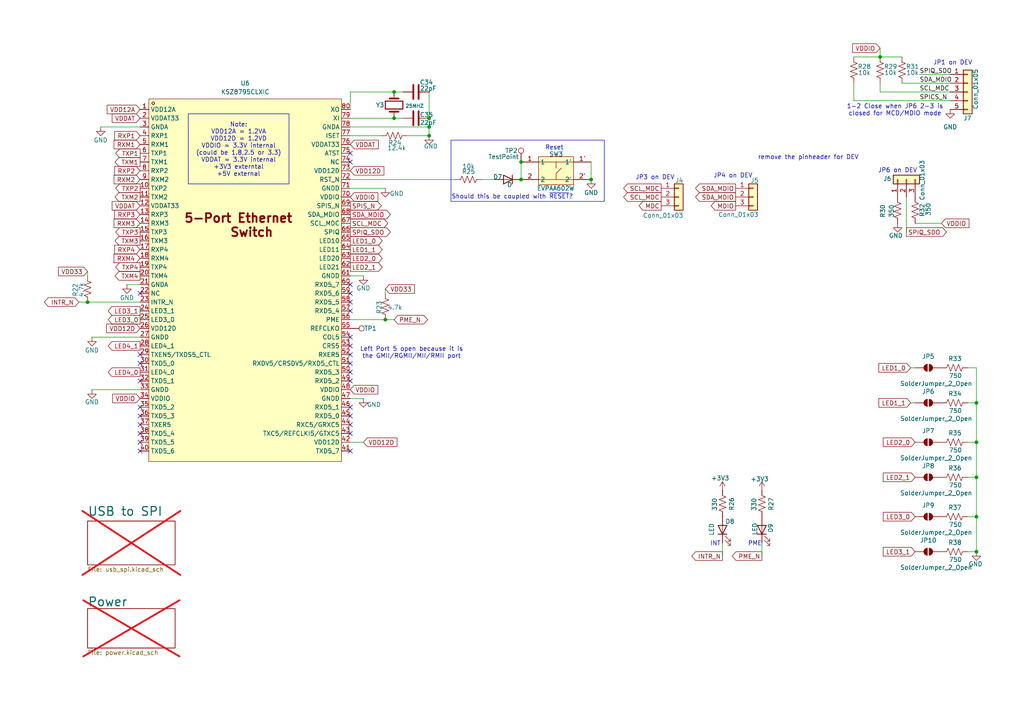
<source format=kicad_sch>
(kicad_sch (version 20250114) (generator "eeschema") (generator_version "9.0")
  (paper "A4")
  (title_block (date "2025-04-01") (rev "1") (company "Bronco Space") (comment 1 "SCALES") (comment 2 "By John Pollak"))
  (lib_symbols
    (symbol "Connector:TestPoint" (pin_numbers (hide yes)) (pin_names (offset 0.762) (hide yes))
      (property "Reference" "TP" (at 0 6.858 0))
      (property "Value" "TestPoint" (at 0 5.08 0))
      (symbol "TestPoint_0_1"
        (circle (center 0 3.302) (radius 0.762))
      )
      (symbol "TestPoint_1_1"
        (pin passive line (at 0 0 90) (length 2.54) (name "1") (number "1"))
      )
    )
    (symbol "Connector_Generic:Conn_01x03" (pin_names (offset 1.016) (hide yes))
      (property "Reference" "J" (at 0 5.08 0))
      (property "Value" "Conn_01x03" (at 0 -5.08 0))
      (symbol "Conn_01x03_1_1"
        (rectangle (start -1.27 3.81) (end 1.27 -3.81) (stroke (width 0.254)) (fill (type background)))
        (rectangle (start -1.27 2.667) (end 0 2.413) (stroke (width 0.1524)))
        (rectangle (start -1.27 0.127) (end 0 -0.127) (stroke (width 0.1524)))
        (rectangle (start -1.27 -2.413) (end 0 -2.667) (stroke (width 0.1524)))
        (pin passive line (at -5.08 2.54 0) (length 3.81) (name "Pin_1") (number "1"))
        (pin passive line (at -5.08 0 0) (length 3.81) (name "Pin_2") (number "2"))
        (pin passive line (at -5.08 -2.54 0) (length 3.81) (name "Pin_3") (number "3"))
      )
    )
    (symbol "Connector_Generic:Conn_01x05" (pin_names (offset 1.016) (hide yes))
      (property "Reference" "J" (at 0 7.62 0))
      (property "Value" "Conn_01x05" (at 0 -7.62 0))
      (symbol "Conn_01x05_1_1"
        (rectangle (start -1.27 6.35) (end 1.27 -6.35) (stroke (width 0.254)) (fill (type background)))
        (rectangle (start -1.27 5.207) (end 0 4.953) (stroke (width 0.1524)))
        (rectangle (start -1.27 2.667) (end 0 2.413) (stroke (width 0.1524)))
        (rectangle (start -1.27 0.127) (end 0 -0.127) (stroke (width 0.1524)))
        (rectangle (start -1.27 -2.413) (end 0 -2.667) (stroke (width 0.1524)))
        (rectangle (start -1.27 -4.953) (end 0 -5.207) (stroke (width 0.1524)))
        (pin passive line (at -5.08 5.08 0) (length 3.81) (name "Pin_1") (number "1"))
        (pin passive line (at -5.08 2.54 0) (length 3.81) (name "Pin_2") (number "2"))
        (pin passive line (at -5.08 0 0) (length 3.81) (name "Pin_3") (number "3"))
        (pin passive line (at -5.08 -2.54 0) (length 3.81) (name "Pin_4") (number "4"))
        (pin passive line (at -5.08 -5.08 0) (length 3.81) (name "Pin_5") (number "5"))
      )
    )
    (symbol "Device:C" (pin_numbers (hide yes)) (pin_names (offset 0.254))
      (property "Reference" "C" (at 0.635 2.54 0))
      (property "Value" "C" (at 0.635 -2.54 0))
      (symbol "C_0_1"
        (polyline (pts (xy -2.032 0.762) (xy 2.032 0.762)) (stroke (width 0.508)))
        (polyline (pts (xy -2.032 -0.762) (xy 2.032 -0.762)) (stroke (width 0.508)))
      )
      (symbol "C_1_1"
        (pin passive line (at 0 3.81 270) (length 2.794) (name "~") (number "1"))
        (pin passive line (at 0 -3.81 90) (length 2.794) (name "~") (number "2"))
      )
    )
    (symbol "Device:Crystal" (pin_numbers (hide yes)) (pin_names (offset 1.016) (hide yes))
      (property "Reference" "Y" (at 0 3.81 0))
      (property "Value" "Crystal" (at 0 -3.81 0))
      (symbol "Crystal_0_1"
        (polyline (pts (xy -2.54 0) (xy -1.905 0)))
        (polyline (pts (xy -1.905 -1.27) (xy -1.905 1.27)) (stroke (width 0.508)))
        (rectangle (start -1.143 2.54) (end 1.143 -2.54) (stroke (width 0.3048)))
        (polyline (pts (xy 1.905 -1.27) (xy 1.905 1.27)) (stroke (width 0.508)))
        (polyline (pts (xy 2.54 0) (xy 1.905 0)))
      )
      (symbol "Crystal_1_1"
        (pin passive line (at -3.81 0 0) (length 1.27) (name "1") (number "1"))
        (pin passive line (at 3.81 0 180) (length 1.27) (name "2") (number "2"))
      )
    )
    (symbol "Device:D" (pin_numbers (hide yes)) (pin_names (offset 1.016) (hide yes))
      (property "Reference" "D" (at 0 2.54 0))
      (property "Value" "D" (at 0 -2.54 0))
      (symbol "D_0_1"
        (polyline (pts (xy -1.27 1.27) (xy -1.27 -1.27)) (stroke (width 0.254)))
        (polyline (pts (xy 1.27 1.27) (xy 1.27 -1.27) (xy -1.27 0) (xy 1.27 1.27)) (stroke (width 0.254)))
        (polyline (pts (xy 1.27 0) (xy -1.27 0)))
      )
      (symbol "D_1_1"
        (pin passive line (at -3.81 0 0) (length 2.54) (name "K") (number "1"))
        (pin passive line (at 3.81 0 180) (length 2.54) (name "A") (number "2"))
      )
    )
    (symbol "Device:LED" (pin_numbers (hide yes)) (pin_names (offset 1.016) (hide yes))
      (property "Reference" "D" (at 0 2.54 0))
      (property "Value" "LED" (at 0 -2.54 0))
      (symbol "LED_0_1"
        (polyline (pts (xy -3.048 -0.762) (xy -4.572 -2.286) (xy -3.81 -2.286) (xy -4.572 -2.286) (xy -4.572 -1.524)))
        (polyline (pts (xy -1.778 -0.762) (xy -3.302 -2.286) (xy -2.54 -2.286) (xy -3.302 -2.286) (xy -3.302 -1.524)))
        (polyline (pts (xy -1.27 0) (xy 1.27 0)))
        (polyline (pts (xy -1.27 -1.27) (xy -1.27 1.27)) (stroke (width 0.254)))
        (polyline (pts (xy 1.27 -1.27) (xy 1.27 1.27) (xy -1.27 0) (xy 1.27 -1.27)) (stroke (width 0.254)))
      )
      (symbol "LED_1_1"
        (pin passive line (at -3.81 0 0) (length 2.54) (name "K") (number "1"))
        (pin passive line (at 3.81 0 180) (length 2.54) (name "A") (number "2"))
      )
    )
    (symbol "Device:R_US" (pin_numbers (hide yes)) (pin_names (offset 0))
      (property "Reference" "R" (at 2.54 0 90))
      (property "Value" "R_US" (at -2.54 0 90))
      (symbol "R_US_0_1"
        (polyline (pts (xy 0 2.286) (xy 0 2.54)))
        (polyline (pts (xy 0 2.286) (xy 1.016 1.905) (xy 0 1.524) (xy -1.016 1.143) (xy 0 0.762)))
        (polyline (pts (xy 0 0.762) (xy 1.016 0.381) (xy 0 0) (xy -1.016 -0.381) (xy 0 -0.762)))
        (polyline (pts (xy 0 -0.762) (xy 1.016 -1.143) (xy 0 -1.524) (xy -1.016 -1.905) (xy 0 -2.286)))
        (polyline (pts (xy 0 -2.286) (xy 0 -2.54)))
      )
      (symbol "R_US_1_1"
        (pin passive line (at 0 3.81 270) (length 1.27) (name "~") (number "1"))
        (pin passive line (at 0 -3.81 90) (length 1.27) (name "~") (number "2"))
      )
    )
    (symbol "Jumper:SolderJumper_2_Open" (pin_numbers (hide yes)) (pin_names (offset 0) (hide yes)) (exclude_from_sim yes) (in_bom no)
      (property "Reference" "JP" (at 0 2.032 0))
      (property "Value" "SolderJumper_2_Open" (at 0 -2.54 0))
      (symbol "SolderJumper_2_Open_0_1"
        (polyline (pts (xy -0.254 1.016) (xy -0.254 -1.016)))
        (arc (start -0.254 -1.016) (mid -1.2656 0) (end -0.254 1.016))
        (arc (start -0.254 -1.016) (mid -1.2656 0) (end -0.254 1.016) (fill (type outline)))
        (arc (start 0.254 1.016) (mid 1.2656 0) (end 0.254 -1.016))
        (arc (start 0.254 1.016) (mid 1.2656 0) (end 0.254 -1.016) (fill (type outline)))
        (polyline (pts (xy 0.254 1.016) (xy 0.254 -1.016)))
      )
      (symbol "SolderJumper_2_Open_1_1"
        (pin passive line (at -3.81 0 0) (length 2.54) (name "A") (number "1"))
        (pin passive line (at 3.81 0 180) (length 2.54) (name "B") (number "2"))
      )
    )
    (symbol "easyeda2kicad:EVPAA602W"
      (property "Reference" "SW" (at 0 7.62 0))
      (property "Value" "EVPAA602W" (at 0 -7.62 0))
      (symbol "EVPAA602W_0_1"
        (rectangle (start -5.08 4.06) (end 5.08 -4.06) (fill (type background)))
        (polyline (pts (xy -5.08 2.54) (xy 5.08 2.54)))
        (polyline (pts (xy -5.08 -2.54) (xy 5.08 -2.54)))
        (polyline (pts (xy 0 2.54) (xy 0 1.02) (xy 0 0.76)))
        (polyline (pts (xy 0 -2.54) (xy 0 -0.76) (xy 1.52 0.76)))
        (pin unspecified line (at -10.16 2.54 0) (length 5.08) (name "1") (number "1"))
        (pin unspecified line (at -10.16 -2.54 0) (length 5.08) (name "2") (number "2"))
        (pin unspecified line (at 10.16 2.54 180) (length 5.08) (name "1'") (number "1'"))
        (pin unspecified line (at 10.16 -2.54 180) (length 5.08) (name "2'") (number "2'"))
      )
    )
    (symbol "easyeda2kicad:KSZ8795CLXIC"
      (property "Reference" "U5" (at 0 57.15 0))
      (property "Value" "KSZ8795CLXIC" (at 0 54.61 0))
      (symbol "KSZ8795CLXIC_0_1"
        (rectangle (start -27.94 52.58) (end 27.94 -52.58) (fill (type background)))
        (circle (center -26.67 51.31) (radius 0.38))
        (circle (center -26.67 51.31) (radius 0.38))
        (pin unspecified line (at -30.48 49.53 0) (length 2.54) (name "VDD12A") (number "1"))
        (pin unspecified line (at -30.48 46.99 0) (length 2.54) (name "VDDAT33") (number "2"))
        (pin unspecified line (at -30.48 44.45 0) (length 2.54) (name "GNDA") (number "3"))
        (pin unspecified line (at -30.48 41.91 0) (length 2.54) (name "RXP1") (number "4"))
        (pin unspecified line (at -30.48 39.37 0) (length 2.54) (name "RXM1") (number "5"))
        (pin unspecified line (at -30.48 36.83 0) (length 2.54) (name "TXP1") (number "6"))
        (pin unspecified line (at -30.48 34.29 0) (length 2.54) (name "TXM1") (number "7"))
        (pin unspecified line (at -30.48 31.75 0) (length 2.54) (name "RXP2") (number "8"))
        (pin unspecified line (at -30.48 29.21 0) (length 2.54) (name "RXM2") (number "9"))
        (pin unspecified line (at -30.48 26.67 0) (length 2.54) (name "TXP2") (number "10"))
        (pin unspecified line (at -30.48 24.13 0) (length 2.54) (name "TXM2") (number "11"))
        (pin unspecified line (at -30.48 21.59 0) (length 2.54) (name "VDDAT33") (number "12"))
        (pin unspecified line (at -30.48 19.05 0) (length 2.54) (name "RXP3") (number "13"))
        (pin unspecified line (at -30.48 16.51 0) (length 2.54) (name "RXM3") (number "14"))
        (pin unspecified line (at -30.48 13.97 0) (length 2.54) (name "TXP3") (number "15"))
        (pin unspecified line (at -30.48 11.43 0) (length 2.54) (name "TXM3") (number "16"))
        (pin unspecified line (at -30.48 8.89 0) (length 2.54) (name "RXP4") (number "17"))
        (pin unspecified line (at -30.48 6.35 0) (length 2.54) (name "RXM4") (number "18"))
        (pin unspecified line (at -30.48 3.81 0) (length 2.54) (name "TXP4") (number "19"))
        (pin unspecified line (at -30.48 1.27 0) (length 2.54) (name "TXM4") (number "20"))
        (pin unspecified line (at -30.48 -1.27 0) (length 2.54) (name "GNDA") (number "21"))
        (pin unspecified line (at -30.48 -3.81 0) (length 2.54) (name "NC") (number "22"))
        (pin unspecified line (at -30.48 -6.35 0) (length 2.54) (name "INTR_N") (number "23"))
        (pin unspecified line (at -30.48 -8.89 0) (length 2.54) (name "LED3_1") (number "24"))
        (pin unspecified line (at -30.48 -11.43 0) (length 2.54) (name "LED3_0") (number "25"))
        (pin unspecified line (at -30.48 -13.97 0) (length 2.54) (name "VDD12D") (number "26"))
        (pin unspecified line (at -30.48 -16.51 0) (length 2.54) (name "GNDD") (number "27"))
        (pin unspecified line (at -30.48 -19.05 0) (length 2.54) (name "LED4_1") (number "28"))
        (pin unspecified line (at -30.48 -21.59 0) (length 2.54) (name "TXEN5/TXDS5_CTL") (number "29"))
        (pin unspecified line (at -30.48 -24.13 0) (length 2.54) (name "TXD5_0") (number "30"))
        (pin unspecified line (at -30.48 -26.67 0) (length 2.54) (name "LED4_0") (number "31"))
        (pin unspecified line (at -30.48 -29.21 0) (length 2.54) (name "TXD5_1") (number "32"))
        (pin unspecified line (at -30.48 -31.75 0) (length 2.54) (name "GNDD") (number "33"))
        (pin unspecified line (at -30.48 -34.29 0) (length 2.54) (name "VDDIO") (number "34"))
        (pin unspecified line (at -30.48 -36.83 0) (length 2.54) (name "TXD5_2") (number "35"))
        (pin unspecified line (at -30.48 -39.37 0) (length 2.54) (name "TXD5_3") (number "36"))
        (pin unspecified line (at -30.48 -41.91 0) (length 2.54) (name "TXER5") (number "37"))
        (pin unspecified line (at -30.48 -44.45 0) (length 2.54) (name "TXD5_4") (number "38"))
        (pin unspecified line (at -30.48 -46.99 0) (length 2.54) (name "TXD5_5") (number "39"))
        (pin unspecified line (at -30.48 -49.53 0) (length 2.54) (name "TXD5_6") (number "40"))
        (pin unspecified line (at 30.48 49.53 180) (length 2.54) (name "XO") (number "80"))
        (pin unspecified line (at 30.48 46.99 180) (length 2.54) (name "XI") (number "79"))
        (pin unspecified line (at 30.48 44.45 180) (length 2.54) (name "GNDA") (number "78"))
        (pin unspecified line (at 30.48 41.91 180) (length 2.54) (name "ISET") (number "77"))
        (pin unspecified line (at 30.48 39.37 180) (length 2.54) (name "VDDAT33") (number "76"))
        (pin unspecified line (at 30.48 36.83 180) (length 2.54) (name "ATST") (number "75"))
        (pin unspecified line (at 30.48 34.29 180) (length 2.54) (name "NC") (number "74"))
        (pin unspecified line (at 30.48 31.75 180) (length 2.54) (name "VDD12D") (number "73"))
        (pin unspecified line (at 30.48 29.21 180) (length 2.54) (name "RST_N") (number "72"))
        (pin unspecified line (at 30.48 26.67 180) (length 2.54) (name "GNDD") (number "71"))
        (pin unspecified line (at 30.48 24.13 180) (length 2.54) (name "VDDIO") (number "70"))
        (pin unspecified line (at 30.48 21.59 180) (length 2.54) (name "SPIS_N") (number "69"))
        (pin unspecified line (at 30.48 19.05 180) (length 2.54) (name "SDA_MDIO") (number "68"))
        (pin unspecified line (at 30.48 16.51 180) (length 2.54) (name "SCL_MDC") (number "67"))
        (pin unspecified line (at 30.48 13.97 180) (length 2.54) (name "SPIQ") (number "66"))
        (pin unspecified line (at 30.48 11.43 180) (length 2.54) (name "LED10") (number "65"))
        (pin unspecified line (at 30.48 8.89 180) (length 2.54) (name "LED11") (number "64"))
        (pin unspecified line (at 30.48 6.35 180) (length 2.54) (name "LED20") (number "63"))
        (pin unspecified line (at 30.48 3.81 180) (length 2.54) (name "LED21") (number "62"))
        (pin unspecified line (at 30.48 1.27 180) (length 2.54) (name "GNDD") (number "61"))
        (pin unspecified line (at 30.48 -1.27 180) (length 2.54) (name "RXD5_7") (number "60"))
        (pin unspecified line (at 30.48 -3.81 180) (length 2.54) (name "RXD5_6") (number "59"))
        (pin unspecified line (at 30.48 -6.35 180) (length 2.54) (name "RXD5_5") (number "58"))
        (pin unspecified line (at 30.48 -8.89 180) (length 2.54) (name "RXD5_4") (number "57"))
        (pin unspecified line (at 30.48 -11.43 180) (length 2.54) (name "PME") (number "56"))
        (pin unspecified line (at 30.48 -13.97 180) (length 2.54) (name "REFCLKO") (number "55"))
        (pin unspecified line (at 30.48 -16.51 180) (length 2.54) (name "COL5") (number "54"))
        (pin unspecified line (at 30.48 -19.05 180) (length 2.54) (name "CRS5") (number "53"))
        (pin unspecified line (at 30.48 -21.59 180) (length 2.54) (name "RXER5") (number "52"))
        (pin unspecified line (at 30.48 -24.13 180) (length 2.54) (name "RXDV5/CRSDV5/RXD5_CTL") (number "51"))
        (pin unspecified line (at 30.48 -26.67 180) (length 2.54) (name "RXD5_3") (number "50"))
        (pin unspecified line (at 30.48 -29.21 180) (length 2.54) (name "RXD5_2") (number "49"))
        (pin unspecified line (at 30.48 -31.75 180) (length 2.54) (name "VDDIO") (number "48"))
        (pin unspecified line (at 30.48 -34.29 180) (length 2.54) (name "GNDD") (number "47"))
        (pin unspecified line (at 30.48 -36.83 180) (length 2.54) (name "RXD5_1") (number "46"))
        (pin unspecified line (at 30.48 -39.37 180) (length 2.54) (name "RXD5_0") (number "45"))
        (pin unspecified line (at 30.48 -41.91 180) (length 2.54) (name "RXC5/GRXC5") (number "44"))
        (pin unspecified line (at 30.48 -44.45 180) (length 2.54) (name "TXC5/REFCLKI5/GTXC5") (number "43"))
        (pin unspecified line (at 30.48 -46.99 180) (length 2.54) (name "VDD12D") (number "42"))
        (pin unspecified line (at 30.48 -49.53 180) (length 2.54) (name "TXD5_7") (number "41"))
      )
      (symbol "KSZ8795CLXIC_1_1"
        (text "5-Port Ethernet \n   Switch" (at -1.016 16.002 0) (effects (font (size 2.54 2.54) (thickness 0.508) (bold yes))))
      )
    )
    (symbol "power:+3V3" (power) (pin_numbers (hide yes)) (pin_names (offset 0) (hide yes))
      (property "Value" "+3V3" (at 0 3.556 0))
      (symbol "+3V3_0_1"
        (polyline (pts (xy -0.762 1.27) (xy 0 2.54)))
        (polyline (pts (xy 0 2.54) (xy 0.762 1.27)))
        (polyline (pts (xy 0 0) (xy 0 2.54)))
      )
      (symbol "+3V3_1_1"
        (pin power_in line (at 0 0 90) (length 0) (name "~") (number "1"))
      )
    )
    (symbol "power:GND" (power) (pin_numbers (hide yes)) (pin_names (offset 0) (hide yes))
      (property "Value" "GND" (at 0 -3.81 0))
      (symbol "GND_0_1"
        (polyline (pts (xy 0 0) (xy 0 -1.27) (xy 1.27 -1.27) (xy 0 -2.54) (xy -1.27 -1.27) (xy 0 -1.27)))
      )
      (symbol "GND_1_1"
        (pin power_in line (at 0 0 270) (length 0) (name "~") (number "1"))
      )
    )
  )
  (rectangle (start 130.81 40.64) (end 175.26 58.42))
  (text "JP6 on DEV\n" (at 260.35 49.53 0) (effects (font (size 1.27 1.27))))
  (text "Should this be coupled with ~{RESET}?" (at 148.59 57.15 0) (effects (font (size 1.27 1.27))))
  (text "PME" (at 218.948 157.734 0) (effects (font (size 1.27 1.27))))
  (text "remove the pinheader for DEV" (at 234.442 45.72 0) (effects (font (size 1.27 1.27))))
  (text "JP1 on DEV" (at 276.352 18.288 0) (effects (font (size 1.27 1.27))))
  (text "Left Port 5 open because it is\nthe GMII/RGMII/MII/RMII port" (at 119.38 102.362 0) (effects (font (size 1.27 1.27))))
  (text "INT" (at 207.518 157.734 0) (effects (font (size 1.27 1.27))))
  (text "Reset\n" (at 160.782 42.926 0) (effects (font (size 1.27 1.27))))
  (text "JP4 on DEV\n" (at 212.598 51.054 0) (effects (font (size 1.27 1.27))))
  (text "1-2 Close when JP6 2-3 is\nclosed for MCD/MDIO mode" (at 259.588 32.004 0) (effects (font (size 1.27 1.27))))
  (text "JP3 on DEV\n" (at 189.992 51.562 0) (effects (font (size 1.27 1.27))))
  (text_box "Note:\nVDD12A = 1.2VA\nVDD12D = 1.2VD\nVDDIO = 3.3V internal (could be 1.8,2.5 or 3.3)\nVDDAT = 3.3V internal\n+3V3 externtal\n+5V external" (at 54.61 33.02 0) (size 29.21 20.32) (margins 0.9525 0.9525 0.9525 0.9525) (effects (font (size 1.27 1.27))))
  (junction (at 283.21 116.84))
  (junction (at 124.46 36.83))
  (junction (at 283.21 149.86))
  (junction (at 283.21 128.27))
  (junction (at 25.4 87.63))
  (junction (at 114.3 34.29))
  (junction (at 283.21 138.43))
  (junction (at 151.13 52.07))
  (junction (at 151.13 46.99))
  (junction (at 171.45 52.07))
  (junction (at 114.3 26.67))
  (junction (at 111.76 92.71))
  (junction (at 255.27 16.51))
  (junction (at 283.21 160.02))
  (junction (at 124.46 34.29))
  (junction (at 124.46 39.37))
  (no_connect (at 101.6 130.81))
  (no_connect (at 101.6 107.95))
  (no_connect (at 101.6 102.87))
  (no_connect (at 40.64 120.65))
  (no_connect (at 40.64 105.41))
  (no_connect (at 40.64 130.81))
  (no_connect (at 40.64 123.19))
  (no_connect (at 101.6 123.19))
  (no_connect (at 40.64 128.27))
  (no_connect (at 101.6 120.65))
  (no_connect (at 40.64 85.09))
  (no_connect (at 101.6 97.79))
  (no_connect (at 101.6 82.55))
  (no_connect (at 101.6 105.41))
  (no_connect (at 101.6 87.63))
  (no_connect (at 101.6 44.45))
  (no_connect (at 101.6 46.99))
  (no_connect (at 101.6 100.33))
  (no_connect (at 40.64 102.87))
  (no_connect (at 40.64 118.11))
  (no_connect (at 40.64 125.73))
  (no_connect (at 40.64 110.49))
  (no_connect (at 101.6 110.49))
  (no_connect (at 101.6 85.09))
  (no_connect (at 101.6 125.73))
  (no_connect (at 101.6 90.17))
  (no_connect (at 101.6 118.11))
  (wire (pts (xy 101.6 52.07) (xy 132.08 52.07)))
  (wire (pts (xy 124.46 26.67) (xy 124.46 34.29)))
  (wire (pts (xy 283.21 116.84) (xy 283.21 128.27)))
  (wire (pts (xy 101.6 36.83) (xy 124.46 36.83)))
  (wire (pts (xy 273.05 64.77) (xy 265.43 64.77)))
  (wire (pts (xy 266.7 21.59) (xy 275.59 21.59)))
  (wire (pts (xy 255.27 13.97) (xy 255.27 16.51)))
  (wire (pts (xy 101.6 31.75) (xy 101.6 26.67)))
  (wire (pts (xy 255.27 24.13) (xy 255.27 26.67)))
  (wire (pts (xy 280.67 128.27) (xy 283.21 128.27)))
  (wire (pts (xy 22.86 87.63) (xy 25.4 87.63)))
  (wire (pts (xy 36.83 82.55) (xy 40.64 82.55)))
  (wire (pts (xy 101.6 54.61) (xy 111.76 54.61)))
  (wire (pts (xy 283.21 138.43) (xy 283.21 149.86)))
  (wire (pts (xy 105.41 80.01) (xy 101.6 80.01)))
  (wire (pts (xy 139.7 52.07) (xy 143.51 52.07)))
  (wire (pts (xy 264.16 106.68) (xy 265.43 106.68)))
  (wire (pts (xy 111.76 83.82) (xy 111.76 85.09)))
  (wire (pts (xy 110.49 39.37) (xy 101.6 39.37)))
  (wire (pts (xy 283.21 160.02) (xy 280.67 160.02)))
  (wire (pts (xy 247.65 16.51) (xy 255.27 16.51)))
  (wire (pts (xy 114.3 92.71) (xy 111.76 92.71)))
  (wire (pts (xy 26.67 113.03) (xy 40.64 113.03)))
  (wire (pts (xy 220.98 161.29) (xy 220.98 157.48)))
  (wire (pts (xy 280.67 116.84) (xy 283.21 116.84)))
  (wire (pts (xy 124.46 36.83) (xy 124.46 39.37)))
  (wire (pts (xy 209.55 161.29) (xy 209.55 157.48)))
  (wire (pts (xy 255.27 16.51) (xy 261.62 16.51)))
  (wire (pts (xy 255.27 26.67) (xy 275.59 26.67)))
  (wire (pts (xy 101.6 92.71) (xy 111.76 92.71)))
  (wire (pts (xy 280.67 106.68) (xy 283.21 106.68)))
  (wire (pts (xy 261.62 24.13) (xy 275.59 24.13)))
  (wire (pts (xy 262.89 67.31) (xy 262.89 57.15)))
  (wire (pts (xy 247.65 24.13) (xy 247.65 29.21)))
  (wire (pts (xy 116.84 34.29) (xy 114.3 34.29)))
  (wire (pts (xy 26.67 97.79) (xy 40.64 97.79)))
  (wire (pts (xy 105.41 128.27) (xy 101.6 128.27)))
  (wire (pts (xy 171.45 52.07) (xy 171.45 46.99)))
  (wire (pts (xy 105.41 115.57) (xy 101.6 115.57)))
  (wire (pts (xy 247.65 29.21) (xy 275.59 29.21)))
  (wire (pts (xy 283.21 128.27) (xy 283.21 138.43)))
  (wire (pts (xy 280.67 138.43) (xy 283.21 138.43)))
  (wire (pts (xy 283.21 106.68) (xy 283.21 116.84)))
  (wire (pts (xy 264.16 116.84) (xy 265.43 116.84)))
  (wire (pts (xy 116.84 26.67) (xy 114.3 26.67)))
  (wire (pts (xy 151.13 52.07) (xy 151.13 46.99)))
  (wire (pts (xy 124.46 39.37) (xy 118.11 39.37)))
  (wire (pts (xy 29.21 36.83) (xy 40.64 36.83)))
  (wire (pts (xy 101.6 34.29) (xy 114.3 34.29)))
  (wire (pts (xy 283.21 149.86) (xy 283.21 160.02)))
  (wire (pts (xy 101.6 26.67) (xy 114.3 26.67)))
  (wire (pts (xy 124.46 34.29) (xy 124.46 36.83)))
  (wire (pts (xy 280.67 149.86) (xy 283.21 149.86)))
  (wire (pts (xy 40.64 87.63) (xy 25.4 87.63)))
  (wire (pts (xy 25.4 78.74) (xy 25.4 80.01)))
  (label "SPIQ_SDO" (at 266.7 21.59 0))
  (label "SCL_MDC" (at 266.7 26.67 0))
  (label "SPICS_N" (at 266.7 29.21 0))
  (label "SDA_MDIO" (at 266.7 24.13 0))
  (global_label "VDDIO" (shape input) (at 40.64 115.57 180) (property "Intersheetrefs" "${INTERSHEET_REFS}" (effects (hide yes))))
  (global_label "VDDIO" (shape input) (at 255.27 13.97 180) (property "Intersheetrefs" "${INTERSHEET_REFS}" (effects (hide yes))))
  (global_label "SDA_MDIO" (shape output) (at 213.36 54.61 180) (property "Intersheetrefs" "${INTERSHEET_REFS}" (effects (hide yes))))
  (global_label "RXP4" (shape input) (at 40.64 72.39 180) (property "Intersheetrefs" "${INTERSHEET_REFS}" (effects (hide yes))))
  (global_label "LED2_0" (shape output) (at 101.6 74.93 0) (property "Intersheetrefs" "${INTERSHEET_REFS}" (effects (hide yes))))
  (global_label "TXP4" (shape output) (at 40.64 77.47 180) (property "Intersheetrefs" "${INTERSHEET_REFS}" (effects (hide yes))))
  (global_label "VDDIO" (shape input) (at 101.6 113.03 0) (property "Intersheetrefs" "${INTERSHEET_REFS}" (effects (hide yes))))
  (global_label "LED4_0" (shape output) (at 40.64 107.95 180) (property "Intersheetrefs" "${INTERSHEET_REFS}" (effects (hide yes))))
  (global_label "LED1_0" (shape output) (at 101.6 69.85 0) (property "Intersheetrefs" "${INTERSHEET_REFS}" (effects (hide yes))))
  (global_label "LED1_1" (shape output) (at 101.6 72.39 0) (property "Intersheetrefs" "${INTERSHEET_REFS}" (effects (hide yes))))
  (global_label "RXM2" (shape input) (at 40.64 52.07 180) (property "Intersheetrefs" "${INTERSHEET_REFS}" (effects (hide yes))))
  (global_label "LED2_1" (shape output) (at 101.6 77.47 0) (property "Intersheetrefs" "${INTERSHEET_REFS}" (effects (hide yes))))
  (global_label "VDD33" (shape input) (at 111.76 83.82 0) (property "Intersheetrefs" "${INTERSHEET_REFS}" (effects (hide yes))))
  (global_label "LED3_0" (shape output) (at 40.64 92.71 180) (property "Intersheetrefs" "${INTERSHEET_REFS}" (effects (hide yes))))
  (global_label "SPIQ_SDO" (shape output) (at 101.6 67.31 0) (property "Intersheetrefs" "${INTERSHEET_REFS}" (effects (hide yes))))
  (global_label "INTR_N" (shape bidirectional) (at 22.86 87.63 180) (property "Intersheetrefs" "${INTERSHEET_REFS}" (effects (hide yes))))
  (global_label "LED1_0" (shape input) (at 264.16 106.68 180) (property "Intersheetrefs" "${INTERSHEET_REFS}" (effects (hide yes))))
  (global_label "TXM2" (shape output) (at 40.64 57.15 180) (property "Intersheetrefs" "${INTERSHEET_REFS}" (effects (hide yes))))
  (global_label "RXP3" (shape input) (at 40.64 62.23 180) (property "Intersheetrefs" "${INTERSHEET_REFS}" (effects (hide yes))))
  (global_label "VDD33" (shape input) (at 25.4 78.74 180) (property "Intersheetrefs" "${INTERSHEET_REFS}" (effects (hide yes))))
  (global_label "SCL_MDC" (shape output) (at 191.77 54.61 180) (property "Intersheetrefs" "${INTERSHEET_REFS}" (effects (hide yes))))
  (global_label "LED4_1" (shape output) (at 40.64 100.33 180) (property "Intersheetrefs" "${INTERSHEET_REFS}" (effects (hide yes))))
  (global_label "LED3_1" (shape input) (at 265.43 160.02 180) (property "Intersheetrefs" "${INTERSHEET_REFS}" (effects (hide yes))))
  (global_label "LED2_0" (shape input) (at 265.43 128.27 180) (property "Intersheetrefs" "${INTERSHEET_REFS}" (effects (hide yes))))
  (global_label "RXP2" (shape input) (at 40.64 49.53 180) (property "Intersheetrefs" "${INTERSHEET_REFS}" (effects (hide yes))))
  (global_label "RXM1" (shape input) (at 40.64 41.91 180) (property "Intersheetrefs" "${INTERSHEET_REFS}" (effects (hide yes))))
  (global_label "VDDIO" (shape input) (at 273.05 64.77 0) (property "Intersheetrefs" "${INTERSHEET_REFS}" (effects (hide yes))))
  (global_label "TXM1" (shape output) (at 40.64 46.99 180) (property "Intersheetrefs" "${INTERSHEET_REFS}" (effects (hide yes))))
  (global_label "VDDAT" (shape input) (at 40.64 59.69 180) (property "Intersheetrefs" "${INTERSHEET_REFS}" (effects (hide yes))))
  (global_label "MDC" (shape output) (at 191.77 59.69 180) (property "Intersheetrefs" "${INTERSHEET_REFS}" (effects (hide yes))))
  (global_label "TXP2" (shape output) (at 40.64 54.61 180) (property "Intersheetrefs" "${INTERSHEET_REFS}" (effects (hide yes))))
  (global_label "VDDAT" (shape input) (at 101.6 41.91 0) (property "Intersheetrefs" "${INTERSHEET_REFS}" (effects (hide yes))))
  (global_label "VDD12D" (shape input) (at 40.64 95.25 180) (property "Intersheetrefs" "${INTERSHEET_REFS}" (effects (hide yes))))
  (global_label "TXM4" (shape output) (at 40.64 80.01 180) (property "Intersheetrefs" "${INTERSHEET_REFS}" (effects (hide yes))))
  (global_label "PME_N" (shape output) (at 220.98 161.29 180) (property "Intersheetrefs" "${INTERSHEET_REFS}" (effects (hide yes))))
  (global_label "SCL_MDC" (shape output) (at 191.77 57.15 180) (property "Intersheetrefs" "${INTERSHEET_REFS}" (effects (hide yes))))
  (global_label "LED1_1" (shape input) (at 264.16 116.84 180) (property "Intersheetrefs" "${INTERSHEET_REFS}" (effects (hide yes))))
  (global_label "VDD12D" (shape input) (at 101.6 49.53 0) (property "Intersheetrefs" "${INTERSHEET_REFS}" (effects (hide yes))))
  (global_label "TXM3" (shape output) (at 40.64 69.85 180) (property "Intersheetrefs" "${INTERSHEET_REFS}" (effects (hide yes))))
  (global_label "SDA_MDIO" (shape output) (at 101.6 62.23 0) (property "Intersheetrefs" "${INTERSHEET_REFS}" (effects (hide yes))))
  (global_label "LED2_1" (shape input) (at 265.43 138.43 180) (property "Intersheetrefs" "${INTERSHEET_REFS}" (effects (hide yes))))
  (global_label "RXP1" (shape input) (at 40.64 39.37 180) (property "Intersheetrefs" "${INTERSHEET_REFS}" (effects (hide yes))))
  (global_label "SDA_MDIO" (shape output) (at 213.36 57.15 180) (property "Intersheetrefs" "${INTERSHEET_REFS}" (effects (hide yes))))
  (global_label "VDDIO" (shape input) (at 101.6 57.15 0) (property "Intersheetrefs" "${INTERSHEET_REFS}" (effects (hide yes))))
  (global_label "VDD12D" (shape input) (at 105.41 128.27 0) (property "Intersheetrefs" "${INTERSHEET_REFS}" (effects (hide yes))))
  (global_label "INTR_N" (shape output) (at 209.55 161.29 180) (property "Intersheetrefs" "${INTERSHEET_REFS}" (effects (hide yes))))
  (global_label "VDDAT" (shape input) (at 40.64 34.29 180) (property "Intersheetrefs" "${INTERSHEET_REFS}" (effects (hide yes))))
  (global_label "MDIO" (shape output) (at 213.36 59.69 180) (property "Intersheetrefs" "${INTERSHEET_REFS}" (effects (hide yes))))
  (global_label "SPIQ_SDO" (shape output) (at 262.89 67.31 0) (property "Intersheetrefs" "${INTERSHEET_REFS}" (effects (hide yes))))
  (global_label "LED3_1" (shape output) (at 40.64 90.17 180) (property "Intersheetrefs" "${INTERSHEET_REFS}" (effects (hide yes))))
  (global_label "RXM4" (shape input) (at 40.64 74.93 180) (property "Intersheetrefs" "${INTERSHEET_REFS}" (effects (hide yes))))
  (global_label "VDD12A" (shape input) (at 40.64 31.75 180) (property "Intersheetrefs" "${INTERSHEET_REFS}" (effects (hide yes))))
  (global_label "SCL_MDC" (shape output) (at 101.6 64.77 0) (property "Intersheetrefs" "${INTERSHEET_REFS}" (effects (hide yes))))
  (global_label "PME_N" (shape bidirectional) (at 114.3 92.71 0) (property "Intersheetrefs" "${INTERSHEET_REFS}" (effects (hide yes))))
  (global_label "TXP1" (shape output) (at 40.64 44.45 180) (property "Intersheetrefs" "${INTERSHEET_REFS}" (effects (hide yes))))
  (global_label "RXM3" (shape input) (at 40.64 64.77 180) (property "Intersheetrefs" "${INTERSHEET_REFS}" (effects (hide yes))))
  (global_label "SPIS_N" (shape output) (at 101.6 59.69 0) (property "Intersheetrefs" "${INTERSHEET_REFS}" (effects (hide yes))))
  (global_label "LED3_0" (shape input) (at 265.43 149.86 180) (property "Intersheetrefs" "${INTERSHEET_REFS}" (effects (hide yes))))
  (global_label "TXP3" (shape output) (at 40.64 67.31 180) (property "Intersheetrefs" "${INTERSHEET_REFS}" (effects (hide yes))))
  (symbol (lib_id "power:GND") (at 105.41 80.01 0) (unit 1)
    (property "Reference" "#PWR075" (effects (hide yes)))
    (property "Value" "GND" (at 107.442 83.566 0) (effects (justify right)))
    (property "Description" "Power symbol creates a global label with name \"GND\" , ground" (effects (hide yes)))
  )
  (symbol (lib_id "power:GND") (at 36.83 82.55 0) (unit 1)
    (property "Reference" "#PWR074" (effects (hide yes)))
    (property "Value" "GND" (at 38.862 86.36 0) (effects (justify right)))
    (property "Description" "Power symbol creates a global label with name \"GND\" , ground" (effects (hide yes)))
  )
  (symbol (lib_id "Device:R_US") (at 276.86 128.27 270) (unit 1)
    (property "Reference" "R35" (at 276.987 125.603 90))
    (property "Value" "750" (at 277.114 130.556 90))
    (property "Footprint" "Resistor_SMD:R_0603_1608Metric" (effects (hide yes)))
    (property "Description" "Resistor, US symbol" (effects (hide yes)))
  )
  (symbol (lib_id "Connector_Generic:Conn_01x03") (at 218.44 57.15 0) (unit 1)
    (property "Reference" "J5" (at 217.678 52.324 0) (effects (justify left)))
    (property "Value" "Conn_01x03" (at 208.28 62.23 0) (effects (justify left)))
    (property "Footprint" "Connector_Molex:Molex_KK-396_A-41791-0003_1x03_P3.96mm_Vertical" (effects (hide yes)))
    (property "Description" "Generic connector, single row, 01x03, script generated (kicad-library-utils/schlib/autogen/connector/)" (effects (hide yes)))
  )
  (symbol (lib_id "Device:R_US") (at 247.65 20.32 180) (unit 1)
    (property "Reference" "R28" (at 250.698 19.304 0))
    (property "Value" "10k" (at 250.698 21.082 0))
    (property "Footprint" "Resistor_SMD:R_0603_1608Metric" (effects (hide yes)))
    (property "Description" "Resistor, US symbol" (effects (hide yes)))
  )
  (symbol (lib_id "Device:R_US") (at 114.3 39.37 90) (unit 1)
    (property "Reference" "R24" (at 114.554 41.402 90))
    (property "Value" "12.4k" (at 115.062 42.926 90))
    (property "Footprint" "Resistor_SMD:R_0603_1608Metric" (effects (hide yes)))
    (property "Description" "Resistor, US symbol" (effects (hide yes)))
  )
  (symbol (lib_id "Device:R_US") (at 276.86 138.43 270) (unit 1)
    (property "Reference" "R36" (at 276.987 135.763 90))
    (property "Value" "750" (at 277.114 140.716 90))
    (property "Footprint" "Resistor_SMD:R_0603_1608Metric" (effects (hide yes)))
    (property "Description" "Resistor, US symbol" (effects (hide yes)))
  )
  (symbol (lib_id "easyeda2kicad:KSZ8795CLXIC") (at 71.12 81.28 0) (unit 1)
    (property "Reference" "U6" (at 71.12 24.13 0))
    (property "Value" "KSZ8795CLXIC" (at 71.12 26.67 0))
    (property "Footprint" "easyeda2kicad:LQFP-80_L10.0-W10.0-P0.40-LS12.2-BL" (effects (hide yes)))
    (property "Datasheet" "https://lcsc.com/product-detail/Ethernet-ICs_MICROCHIP_KSZ8795CLXIC_KSZ8795CLXIC_C69416.html" (effects (hide yes)))
    (property "LCSC Part" "C69416" (effects (hide yes)))
  )
  (symbol (lib_id "power:GND") (at 26.67 113.03 0) (unit 1)
    (property "Reference" "#PWR072" (effects (hide yes)))
    (property "Value" "GND" (at 28.702 116.586 0) (effects (justify right)))
    (property "Description" "Power symbol creates a global label with name \"GND\" , ground" (effects (hide yes)))
  )
  (symbol (lib_id "Device:R_US") (at 135.89 52.07 270) (unit 1)
    (property "Reference" "R25" (at 135.89 49.784 90))
    (property "Value" "10k" (at 135.89 48.26 90))
    (property "Footprint" "Resistor_SMD:R_0603_1608Metric" (effects (hide yes)))
    (property "Description" "Resistor, US symbol" (effects (hide yes)))
  )
  (symbol (lib_id "Device:Crystal") (at 114.3 30.48 90) (unit 1)
    (property "Reference" "Y3" (at 108.966 30.48 90) (effects (justify right)))
    (property "Value" "25MHZ" (at 117.602 30.734 90) (effects (font (size 1.016 1.016)) (justify right)))
    (property "Footprint" "Crystal:Crystal_SMD_2012-2Pin_2.0x1.2mm" (effects (hide yes)))
    (property "Description" "Two pin crystal" (effects (hide yes)))
  )
  (symbol (lib_id "Device:R_US") (at 276.86 116.84 270) (unit 1)
    (property "Reference" "R34" (at 276.987 114.173 90))
    (property "Value" "750" (at 277.114 119.126 90))
    (property "Footprint" "Resistor_SMD:R_0603_1608Metric" (effects (hide yes)))
    (property "Description" "Resistor, US symbol" (effects (hide yes)))
  )
  (symbol (lib_id "Connector_Generic:Conn_01x03") (at 262.89 52.07 90) (unit 1)
    (property "Reference" "J6" (at 258.572 51.816 90) (effects (justify left)))
    (property "Value" "Conn_01x03" (at 267.462 58.166 0) (effects (justify left)))
    (property "Footprint" "Connector_Molex:Molex_KK-396_A-41791-0003_1x03_P3.96mm_Vertical" (effects (hide yes)))
    (property "Description" "Generic connector, single row, 01x03, script generated (kicad-library-utils/schlib/autogen/connector/)" (effects (hide yes)))
  )
  (symbol (lib_id "Device:R_US") (at 25.4 83.82 0) (unit 1)
    (property "Reference" "R22" (at 21.844 84.074 90))
    (property "Value" "4.7k" (at 23.622 84.074 90))
    (property "Footprint" "Resistor_SMD:R_0603_1608Metric" (effects (hide yes)))
    (property "Description" "Resistor, US symbol" (effects (hide yes)))
  )
  (symbol (lib_id "Jumper:SolderJumper_2_Open") (at 269.24 106.68 180) (unit 1)
    (property "Reference" "JP5" (at 269.24 103.378 0))
    (property "Value" "SolderJumper_2_Open" (at 271.526 111.252 0))
    (property "Footprint" "Jumper:SolderJumper-2_P1.3mm_Open_RoundedPad1.0x1.5mm" (effects (hide yes)))
    (property "Description" "Solder Jumper, 2-pole, open" (effects (hide yes)))
  )
  (symbol (lib_id "Device:R_US") (at 276.86 106.68 270) (unit 1)
    (property "Reference" "R33" (at 276.987 104.013 90))
    (property "Value" "750" (at 277.114 108.966 90))
    (property "Footprint" "Resistor_SMD:R_0603_1608Metric" (effects (hide yes)))
    (property "Description" "Resistor, US symbol" (effects (hide yes)))
  )
  (symbol (lib_id "power:GND") (at 171.45 52.07 0) (unit 1)
    (property "Reference" "#PWR079" (effects (hide yes)))
    (property "Value" "GND" (at 171.45 55.88 0))
    (property "Description" "Power symbol creates a global label with name \"GND\" , ground" (effects (hide yes)))
  )
  (symbol (lib_id "Device:C") (at 120.65 26.67 90) (unit 1)
    (property "Reference" "C34" (at 123.698 23.876 90))
    (property "Value" "22pF" (at 124.206 25.654 90))
    (property "Footprint" "Capacitor_SMD:C_0402_1005Metric" (effects (hide yes)))
    (property "Description" "Unpolarized capacitor" (effects (hide yes)))
  )
  (symbol (lib_id "Device:R_US") (at 255.27 20.32 180) (unit 1)
    (property "Reference" "R29" (at 258.318 19.304 0))
    (property "Value" "10k" (at 258.318 21.082 0))
    (property "Footprint" "Resistor_SMD:R_0603_1608Metric" (effects (hide yes)))
    (property "Description" "Resistor, US symbol" (effects (hide yes)))
  )
  (symbol (lib_id "Connector_Generic:Conn_01x05") (at 280.67 26.67 0) (unit 1)
    (property "Reference" "J7" (at 279.4 34.29 0) (effects (justify left)))
    (property "Value" "Conn_01x05" (at 282.956 31.75 90) (effects (justify left)))
    (property "Footprint" "Connector_PinHeader_1.00mm:PinHeader_1x05_P1.00mm_Vertical" (effects (hide yes)))
    (property "Description" "Generic connector, single row, 01x05, script generated (kicad-library-utils/schlib/autogen/connector/)" (effects (hide yes)))
  )
  (symbol (lib_id "Device:R_US") (at 111.76 88.9 0) (unit 1)
    (property "Reference" "R23" (at 109.982 89.154 90))
    (property "Value" "4.7k" (at 114.554 89.154 0))
    (property "Footprint" "Resistor_SMD:R_0603_1608Metric" (effects (hide yes)))
    (property "Description" "Resistor, US symbol" (effects (hide yes)))
  )
  (symbol (lib_id "power:GND") (at 260.35 64.77 0) (unit 1)
    (property "Reference" "#PWR082" (effects (hide yes)))
    (property "Value" "GND" (at 261.874 68.326 0) (effects (justify right)))
    (property "Description" "Power symbol creates a global label with name \"GND\" , ground" (effects (hide yes)))
  )
  (symbol (lib_id "Connector:TestPoint") (at 101.6 95.25 270) (unit 1)
    (property "Reference" "TP1" (at 107.442 95.25 90))
    (property "Value" "TestPoint" (effects (hide yes)))
    (property "Footprint" "TestPoint:TestPoint_Pad_1.0x1.0mm" (effects (hide yes)))
    (property "Description" "test point" (effects (hide yes)))
  )
  (symbol (lib_id "power:GND") (at 111.76 54.61 0) (unit 1)
    (property "Reference" "#PWR077" (effects (hide yes)))
    (property "Value" "GND" (at 117.094 56.134 0) (effects (justify right)))
    (property "Description" "Power symbol creates a global label with name \"GND\" , ground" (effects (hide yes)))
  )
  (symbol (lib_id "Device:R_US") (at 220.98 146.05 180) (unit 1)
    (property "Reference" "R27" (at 223.647 146.177 90))
    (property "Value" "330" (at 218.694 146.304 90))
    (property "Footprint" "Resistor_SMD:R_0603_1608Metric" (effects (hide yes)))
    (property "Description" "Resistor, US symbol" (effects (hide yes)))
  )
  (symbol (lib_id "Jumper:SolderJumper_2_Open") (at 269.24 138.43 180) (unit 1)
    (property "Reference" "JP8" (at 269.24 135.128 0))
    (property "Value" "SolderJumper_2_Open" (at 271.526 143.002 0))
    (property "Footprint" "Jumper:SolderJumper-2_P1.3mm_Open_RoundedPad1.0x1.5mm" (effects (hide yes)))
    (property "Description" "Solder Jumper, 2-pole, open" (effects (hide yes)))
  )
  (symbol (lib_id "Device:R_US") (at 260.35 60.96 0) (unit 1)
    (property "Reference" "R30" (at 256.032 61.214 90))
    (property "Value" "350" (at 258.572 61.214 90))
    (property "Footprint" "Resistor_SMD:R_0603_1608Metric" (effects (hide yes)))
    (property "Description" "Resistor, US symbol" (effects (hide yes)))
  )
  (symbol (lib_id "Device:R_US") (at 276.86 160.02 270) (unit 1)
    (property "Reference" "R38" (at 276.987 157.353 90))
    (property "Value" "750" (at 277.114 162.306 90))
    (property "Footprint" "Resistor_SMD:R_0603_1608Metric" (effects (hide yes)))
    (property "Description" "Resistor, US symbol" (effects (hide yes)))
  )
  (symbol (lib_id "Jumper:SolderJumper_2_Open") (at 269.24 160.02 180) (unit 1)
    (property "Reference" "JP10" (at 269.24 156.718 0))
    (property "Value" "SolderJumper_2_Open" (at 271.526 164.592 0))
    (property "Footprint" "Jumper:SolderJumper-2_P1.3mm_Open_RoundedPad1.0x1.5mm" (effects (hide yes)))
    (property "Description" "Solder Jumper, 2-pole, open" (effects (hide yes)))
  )
  (symbol (lib_id "easyeda2kicad:EVPAA602W") (at 161.29 49.53 0) (unit 1)
    (property "Reference" "SW3" (at 159.258 44.704 0) (effects (justify left)))
    (property "Value" "EVPAA602W" (at 155.702 54.61 0) (effects (justify left)))
    (property "Footprint" "easyeda2kicad:KEY-TH_4P-L3.5-W4.9-P2.80-LS4.3" (effects (hide yes)))
    (property "Datasheet" "https://lcsc.com/product-detail/Tactile-Switches_PANASONIC_EVPAA602W_Switch-3-5-2-9-1-7Plastic-head-3-5N-0-15mm-SMD_C79148.html" (effects (hide yes)))
    (property "LCSC Part" "C79148" (effects (hide yes)))
  )
  (symbol (lib_id "Connector:TestPoint") (at 151.13 46.99 0) (unit 1)
    (property "Reference" "TP2" (at 148.336 43.688 0))
    (property "Value" "TestPoint" (at 146.05 45.466 0))
    (property "Footprint" "TestPoint:TestPoint_Pad_1.0x1.0mm" (effects (hide yes)))
    (property "Description" "test point" (effects (hide yes)))
  )
  (symbol (lib_id "Connector_Generic:Conn_01x03") (at 196.85 57.15 0) (unit 1)
    (property "Reference" "J4" (at 195.834 52.324 0) (effects (justify left)))
    (property "Value" "Conn_01x03" (at 186.436 62.484 0) (effects (justify left)))
    (property "Footprint" "Connector_Molex:Molex_KK-396_A-41791-0003_1x03_P3.96mm_Vertical" (effects (hide yes)))
    (property "Description" "Generic connector, single row, 01x03, script generated (kicad-library-utils/schlib/autogen/connector/)" (effects (hide yes)))
  )
  (symbol (lib_id "power:GND") (at 124.46 39.37 0) (unit 1)
    (property "Reference" "#PWR078" (effects (hide yes)))
    (property "Value" "GND" (at 127 42.418 0) (effects (justify right)))
    (property "Description" "Power symbol creates a global label with name \"GND\" , ground" (effects (hide yes)))
  )
  (symbol (lib_id "Device:R_US") (at 265.43 60.96 0) (unit 1)
    (property "Reference" "R32" (at 267.462 60.96 90))
    (property "Value" "350" (at 269.24 60.706 90))
    (property "Footprint" "Resistor_SMD:R_0603_1608Metric" (effects (hide yes)))
    (property "Description" "Resistor, US symbol" (effects (hide yes)))
  )
  (symbol (lib_id "Device:R_US") (at 276.86 149.86 270) (unit 1)
    (property "Reference" "R37" (at 276.987 147.193 90))
    (property "Value" "750" (at 277.114 152.146 90))
    (property "Footprint" "Resistor_SMD:R_0603_1608Metric" (effects (hide yes)))
    (property "Description" "Resistor, US symbol" (effects (hide yes)))
  )
  (symbol (lib_id "Jumper:SolderJumper_2_Open") (at 269.24 149.86 180) (unit 1)
    (property "Reference" "JP9" (at 269.24 146.558 0))
    (property "Value" "SolderJumper_2_Open" (at 271.526 154.432 0))
    (property "Footprint" "Jumper:SolderJumper-2_P1.3mm_Open_RoundedPad1.0x1.5mm" (effects (hide yes)))
    (property "Description" "Solder Jumper, 2-pole, open" (effects (hide yes)))
  )
  (symbol (lib_id "power:GND") (at 105.41 115.57 0) (unit 1)
    (property "Reference" "#PWR076" (effects (hide yes)))
    (property "Value" "GND" (at 110.49 117.348 0) (effects (justify right)))
    (property "Description" "Power symbol creates a global label with name \"GND\" , ground" (effects (hide yes)))
  )
  (symbol (lib_id "Device:R_US") (at 209.55 146.05 180) (unit 1)
    (property "Reference" "R26" (at 212.217 146.177 90))
    (property "Value" "330" (at 207.264 146.304 90))
    (property "Footprint" "Resistor_SMD:R_0603_1608Metric" (effects (hide yes)))
    (property "Description" "Resistor, US symbol" (effects (hide yes)))
  )
  (symbol (lib_id "Device:C") (at 120.65 34.29 90) (unit 1)
    (property "Reference" "C35" (at 123.698 33.274 90))
    (property "Value" "22pF" (at 124.206 35.56 90))
    (property "Footprint" "Capacitor_SMD:C_0402_1005Metric" (effects (hide yes)))
    (property "Description" "Unpolarized capacitor" (effects (hide yes)))
  )
  (symbol (lib_id "power:GND") (at 26.67 97.79 0) (unit 1)
    (property "Reference" "#PWR071" (effects (hide yes)))
    (property "Value" "GND" (at 28.702 101.6 0) (effects (justify right)))
    (property "Description" "Power symbol creates a global label with name \"GND\" , ground" (effects (hide yes)))
  )
  (symbol (lib_id "Device:D") (at 147.32 52.07 180) (unit 1)
    (property "Reference" "D7" (at 143.002 51.308 0) (effects (justify right)))
    (property "Value" "D" (at 147.066 53.594 0) (effects (justify right)))
    (property "Footprint" "Diode_SMD:D_SOD-323F" (effects (hide yes)))
    (property "Description" "Diode" (effects (hide yes)))
    (property "Sim.Device" "D" (effects (hide yes)))
    (property "Sim.Pins" "1=K 2=A" (effects (hide yes)))
  )
  (symbol (lib_id "power:+3V3") (at 220.98 142.24 0) (unit 1)
    (property "Reference" "#PWR081" (effects (hide yes)))
    (property "Value" "+3V3" (at 217.678 138.938 0) (effects (justify left)))
    (property "Description" "Power symbol creates a global label with name \"+3V3\"" (effects (hide yes)))
  )
  (symbol (lib_id "power:GND") (at 283.21 160.02 0) (unit 1)
    (property "Reference" "#PWR084" (effects (hide yes)))
    (property "Value" "GND" (at 284.988 163.576 0) (effects (justify right)))
    (property "Description" "Power symbol creates a global label with name \"GND\" , ground" (effects (hide yes)))
  )
  (symbol (lib_id "power:GND") (at 275.59 31.75 0) (unit 1)
    (property "Reference" "#PWR083" (effects (hide yes)))
    (property "Value" "GND" (at 275.59 36.83 0))
    (property "Description" "Power symbol creates a global label with name \"GND\" , ground" (effects (hide yes)))
  )
  (symbol (lib_id "power:+3V3") (at 209.55 142.24 0) (unit 1)
    (property "Reference" "#PWR080" (effects (hide yes)))
    (property "Value" "+3V3" (at 206.248 138.684 0) (effects (justify left)))
    (property "Description" "Power symbol creates a global label with name \"+3V3\"" (effects (hide yes)))
  )
  (symbol (lib_id "Device:LED") (at 209.55 153.67 90) (unit 1)
    (property "Reference" "D8" (at 211.709 151.257 90))
    (property "Value" "LED" (at 206.375 153.543 0))
    (property "Footprint" "LED_SMD:LED_0603_1608Metric" (effects (hide yes)))
    (property "Description" "Light emitting diode" (effects (hide yes)))
    (property "Sim.Pins" "1=K 2=A" (effects (hide yes)))
  )
  (symbol (lib_id "Jumper:SolderJumper_2_Open") (at 269.24 128.27 180) (unit 1)
    (property "Reference" "JP7" (at 269.24 124.968 0))
    (property "Value" "SolderJumper_2_Open" (at 271.526 132.842 0))
    (property "Footprint" "Jumper:SolderJumper-2_P1.3mm_Open_RoundedPad1.0x1.5mm" (effects (hide yes)))
    (property "Description" "Solder Jumper, 2-pole, open" (effects (hide yes)))
  )
  (symbol (lib_id "Device:R_US") (at 261.62 20.32 180) (unit 1)
    (property "Reference" "R31" (at 264.668 19.304 0))
    (property "Value" "10k" (at 264.668 21.082 0))
    (property "Footprint" "Resistor_SMD:R_0603_1608Metric" (effects (hide yes)))
    (property "Description" "Resistor, US symbol" (effects (hide yes)))
  )
  (symbol (lib_id "Jumper:SolderJumper_2_Open") (at 269.24 116.84 180) (unit 1)
    (property "Reference" "JP6" (at 269.24 113.538 0))
    (property "Value" "SolderJumper_2_Open" (at 271.526 121.412 0))
    (property "Footprint" "Jumper:SolderJumper-2_P1.3mm_Open_RoundedPad1.0x1.5mm" (effects (hide yes)))
    (property "Description" "Solder Jumper, 2-pole, open" (effects (hide yes)))
  )
  (symbol (lib_id "Device:LED") (at 220.98 153.67 90) (unit 1)
    (property "Reference" "D9" (at 223.52 153.162 0))
    (property "Value" "LED" (at 218.948 153.416 0))
    (property "Footprint" "LED_SMD:LED_0603_1608Metric" (effects (hide yes)))
    (property "Description" "Light emitting diode" (effects (hide yes)))
    (property "Sim.Pins" "1=K 2=A" (effects (hide yes)))
  )
  (symbol (lib_id "power:GND") (at 29.21 36.83 0) (unit 1)
    (property "Reference" "#PWR073" (effects (hide yes)))
    (property "Value" "GND" (at 31.242 40.64 0) (effects (justify right)))
    (property "Description" "Power symbol creates a global label with name \"GND\" , ground" (effects (hide yes)))
  )
  (sheet (at 25.4 151.13) (size 25.4 12.7) (exclude_from_sim yes) (in_bom no) (on_board no) (dnp yes) (stroke (width 0.1524))
    (property "Sheetname" "USB to SPI" (at 25.4 149.7834 0) (effects (font (size 2.54 2.54) (thickness 0.3175)) (justify left bottom)))
    (property "Sheetfile" "usb_spi.kicad_sch" (at 25.4 164.4146 0) (effects (justify left top)))
  )
  (sheet (at 25.4 176.53) (size 25.4 11.43) (exclude_from_sim yes) (in_bom no) (on_board no) (dnp yes) (stroke (width 0.1524))
    (property "Sheetname" "Power" (at 25.4 176.022 0) (effects (font (size 2.54 2.54) (thickness 0.3175)) (justify left bottom)))
    (property "Sheetfile" "power.kicad_sch" (at 25.4 188.5446 0) (effects (justify left top)))
  )
)
</source>
